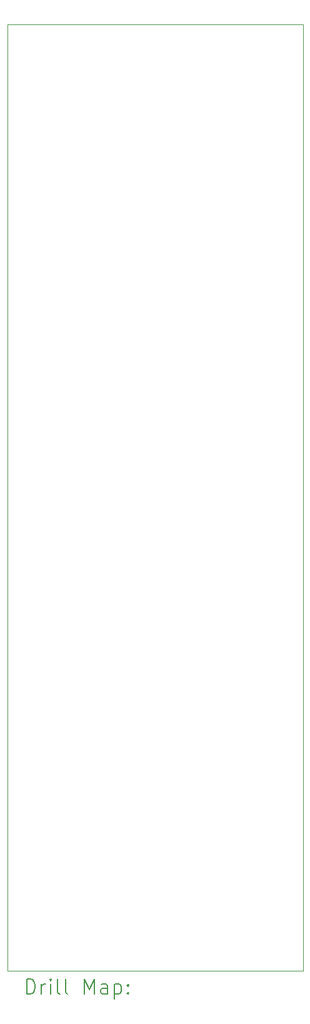
<source format=gbr>
%TF.GenerationSoftware,KiCad,Pcbnew,7.0.5.1-1-g8f565ef7f0-dirty-deb11*%
%TF.CreationDate,Date%
%TF.ProjectId,Basic-DC-mixer,42617369-632d-4444-932d-6d697865722e,rev?*%
%TF.SameCoordinates,Original*%
%TF.FileFunction,Drillmap*%
%TF.FilePolarity,Positive*%
%FSLAX45Y45*%
G04 Gerber Fmt 4.5, Leading zero omitted, Abs format (unit mm)*
G04 Created by KiCad*
%MOMM*%
%LPD*%
G01*
G04 APERTURE LIST*
%ADD10C,0.050000*%
%ADD11C,0.200000*%
G04 APERTURE END LIST*
D10*
X7200000Y-2200000D02*
X7200000Y-15000000D01*
X7200000Y-2200000D02*
X11200000Y-2200000D01*
X11200000Y-2200000D02*
X11200000Y-15000000D01*
X11200000Y-15000000D02*
X7200000Y-15000000D01*
D11*
X7458277Y-15313984D02*
X7458277Y-15113984D01*
X7458277Y-15113984D02*
X7505896Y-15113984D01*
X7505896Y-15113984D02*
X7534467Y-15123508D01*
X7534467Y-15123508D02*
X7553515Y-15142555D01*
X7553515Y-15142555D02*
X7563039Y-15161603D01*
X7563039Y-15161603D02*
X7572562Y-15199698D01*
X7572562Y-15199698D02*
X7572562Y-15228269D01*
X7572562Y-15228269D02*
X7563039Y-15266365D01*
X7563039Y-15266365D02*
X7553515Y-15285412D01*
X7553515Y-15285412D02*
X7534467Y-15304460D01*
X7534467Y-15304460D02*
X7505896Y-15313984D01*
X7505896Y-15313984D02*
X7458277Y-15313984D01*
X7658277Y-15313984D02*
X7658277Y-15180650D01*
X7658277Y-15218746D02*
X7667801Y-15199698D01*
X7667801Y-15199698D02*
X7677324Y-15190174D01*
X7677324Y-15190174D02*
X7696372Y-15180650D01*
X7696372Y-15180650D02*
X7715420Y-15180650D01*
X7782086Y-15313984D02*
X7782086Y-15180650D01*
X7782086Y-15113984D02*
X7772562Y-15123508D01*
X7772562Y-15123508D02*
X7782086Y-15133031D01*
X7782086Y-15133031D02*
X7791610Y-15123508D01*
X7791610Y-15123508D02*
X7782086Y-15113984D01*
X7782086Y-15113984D02*
X7782086Y-15133031D01*
X7905896Y-15313984D02*
X7886848Y-15304460D01*
X7886848Y-15304460D02*
X7877324Y-15285412D01*
X7877324Y-15285412D02*
X7877324Y-15113984D01*
X8010658Y-15313984D02*
X7991610Y-15304460D01*
X7991610Y-15304460D02*
X7982086Y-15285412D01*
X7982086Y-15285412D02*
X7982086Y-15113984D01*
X8239229Y-15313984D02*
X8239229Y-15113984D01*
X8239229Y-15113984D02*
X8305896Y-15256841D01*
X8305896Y-15256841D02*
X8372562Y-15113984D01*
X8372562Y-15113984D02*
X8372562Y-15313984D01*
X8553515Y-15313984D02*
X8553515Y-15209222D01*
X8553515Y-15209222D02*
X8543991Y-15190174D01*
X8543991Y-15190174D02*
X8524944Y-15180650D01*
X8524944Y-15180650D02*
X8486848Y-15180650D01*
X8486848Y-15180650D02*
X8467801Y-15190174D01*
X8553515Y-15304460D02*
X8534467Y-15313984D01*
X8534467Y-15313984D02*
X8486848Y-15313984D01*
X8486848Y-15313984D02*
X8467801Y-15304460D01*
X8467801Y-15304460D02*
X8458277Y-15285412D01*
X8458277Y-15285412D02*
X8458277Y-15266365D01*
X8458277Y-15266365D02*
X8467801Y-15247317D01*
X8467801Y-15247317D02*
X8486848Y-15237793D01*
X8486848Y-15237793D02*
X8534467Y-15237793D01*
X8534467Y-15237793D02*
X8553515Y-15228269D01*
X8648753Y-15180650D02*
X8648753Y-15380650D01*
X8648753Y-15190174D02*
X8667801Y-15180650D01*
X8667801Y-15180650D02*
X8705896Y-15180650D01*
X8705896Y-15180650D02*
X8724944Y-15190174D01*
X8724944Y-15190174D02*
X8734467Y-15199698D01*
X8734467Y-15199698D02*
X8743991Y-15218746D01*
X8743991Y-15218746D02*
X8743991Y-15275888D01*
X8743991Y-15275888D02*
X8734467Y-15294936D01*
X8734467Y-15294936D02*
X8724944Y-15304460D01*
X8724944Y-15304460D02*
X8705896Y-15313984D01*
X8705896Y-15313984D02*
X8667801Y-15313984D01*
X8667801Y-15313984D02*
X8648753Y-15304460D01*
X8829705Y-15294936D02*
X8839229Y-15304460D01*
X8839229Y-15304460D02*
X8829705Y-15313984D01*
X8829705Y-15313984D02*
X8820182Y-15304460D01*
X8820182Y-15304460D02*
X8829705Y-15294936D01*
X8829705Y-15294936D02*
X8829705Y-15313984D01*
X8829705Y-15190174D02*
X8839229Y-15199698D01*
X8839229Y-15199698D02*
X8829705Y-15209222D01*
X8829705Y-15209222D02*
X8820182Y-15199698D01*
X8820182Y-15199698D02*
X8829705Y-15190174D01*
X8829705Y-15190174D02*
X8829705Y-15209222D01*
M02*

</source>
